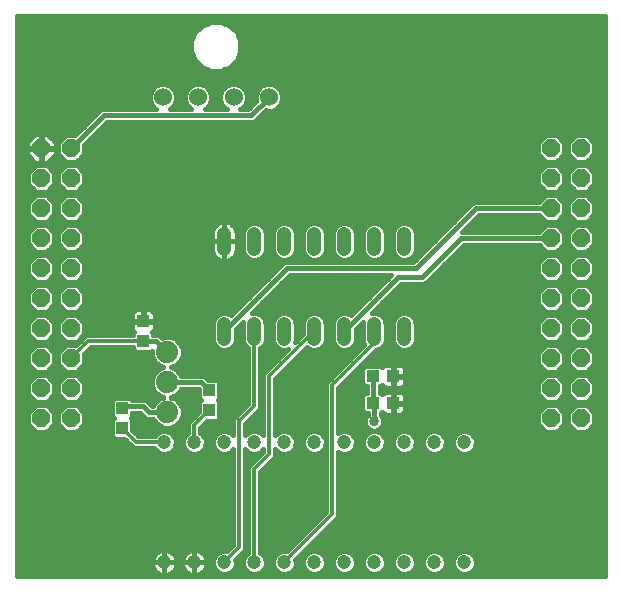
<source format=gtl>
G75*
%MOIN*%
%OFA0B0*%
%FSLAX24Y24*%
%IPPOS*%
%LPD*%
%AMOC8*
5,1,8,0,0,1.08239X$1,22.5*
%
%ADD10OC8,0.0600*%
%ADD11C,0.0740*%
%ADD12R,0.0394X0.0433*%
%ADD13C,0.0480*%
%ADD14C,0.0472*%
%ADD15R,0.0433X0.0394*%
%ADD16C,0.0600*%
%ADD17C,0.0160*%
%ADD18C,0.0337*%
%ADD19C,0.0120*%
D10*
X062560Y023393D03*
X063560Y023393D03*
X063560Y024393D03*
X062560Y024393D03*
X062560Y025393D03*
X063560Y025393D03*
X063560Y026393D03*
X062560Y026393D03*
X062560Y027393D03*
X063560Y027393D03*
X063560Y028393D03*
X062560Y028393D03*
X062560Y029393D03*
X063560Y029393D03*
X063560Y030393D03*
X062560Y030393D03*
X062560Y031393D03*
X063560Y031393D03*
X063560Y032393D03*
X062560Y032393D03*
X079560Y032393D03*
X080560Y032393D03*
X080560Y031393D03*
X079560Y031393D03*
X079560Y030393D03*
X080560Y030393D03*
X080560Y029393D03*
X079560Y029393D03*
X079560Y028393D03*
X080560Y028393D03*
X080560Y027393D03*
X079560Y027393D03*
X079560Y026393D03*
X080560Y026393D03*
X080560Y025393D03*
X079560Y025393D03*
X079560Y024393D03*
X080560Y024393D03*
X080560Y023393D03*
X079560Y023393D03*
D11*
X066760Y023593D03*
X066760Y024593D03*
X066760Y025593D03*
D12*
X065960Y025959D03*
X065960Y026628D03*
X068160Y024328D03*
X068160Y023659D03*
X065260Y023728D03*
X065260Y023059D03*
D13*
X068660Y026053D02*
X068660Y026533D01*
X069660Y026533D02*
X069660Y026053D01*
X070660Y026053D02*
X070660Y026533D01*
X071660Y026533D02*
X071660Y026053D01*
X072660Y026053D02*
X072660Y026533D01*
X073660Y026533D02*
X073660Y026053D01*
X074660Y026053D02*
X074660Y026533D01*
X074660Y029053D02*
X074660Y029533D01*
X073660Y029533D02*
X073660Y029053D01*
X072660Y029053D02*
X072660Y029533D01*
X071660Y029533D02*
X071660Y029053D01*
X070660Y029053D02*
X070660Y029533D01*
X069660Y029533D02*
X069660Y029053D01*
X068660Y029053D02*
X068660Y029533D01*
D14*
X068660Y022593D03*
X069660Y022593D03*
X070660Y022593D03*
X071660Y022593D03*
X072660Y022593D03*
X073660Y022593D03*
X074660Y022593D03*
X075660Y022593D03*
X076660Y022593D03*
X076660Y018593D03*
X075660Y018593D03*
X074660Y018593D03*
X073660Y018593D03*
X072660Y018593D03*
X071660Y018593D03*
X070660Y018593D03*
X069660Y018593D03*
X068660Y018593D03*
X067660Y018593D03*
X066660Y018593D03*
X066660Y022593D03*
X067660Y022593D03*
D15*
X073625Y023893D03*
X074294Y023893D03*
X074294Y024793D03*
X073625Y024793D03*
D16*
X070150Y034093D03*
X068970Y034093D03*
X067790Y034093D03*
X066610Y034093D03*
D17*
X061760Y036793D02*
X061760Y018123D01*
X081360Y018123D01*
X081360Y036793D01*
X061760Y036793D01*
X061760Y036766D02*
X081360Y036766D01*
X081360Y036608D02*
X068556Y036608D01*
X068543Y036613D02*
X068216Y036613D01*
X067915Y036488D01*
X067684Y036258D01*
X067560Y035956D01*
X067560Y035630D01*
X067684Y035329D01*
X067915Y035098D01*
X068216Y034973D01*
X068543Y034973D01*
X068844Y035098D01*
X069075Y035329D01*
X069200Y035630D01*
X069200Y035956D01*
X069075Y036258D01*
X068844Y036488D01*
X068543Y036613D01*
X068203Y036608D02*
X061760Y036608D01*
X061760Y036449D02*
X067876Y036449D01*
X067717Y036291D02*
X061760Y036291D01*
X061760Y036132D02*
X067632Y036132D01*
X067567Y035974D02*
X061760Y035974D01*
X061760Y035815D02*
X067560Y035815D01*
X067560Y035657D02*
X061760Y035657D01*
X061760Y035498D02*
X067614Y035498D01*
X067680Y035340D02*
X061760Y035340D01*
X061760Y035181D02*
X067832Y035181D01*
X068097Y035023D02*
X061760Y035023D01*
X061760Y034864D02*
X081360Y034864D01*
X081360Y034706D02*
X061760Y034706D01*
X061760Y034547D02*
X081360Y034547D01*
X081360Y034389D02*
X070476Y034389D01*
X070523Y034343D02*
X070399Y034466D01*
X070237Y034533D01*
X070062Y034533D01*
X069900Y034466D01*
X069776Y034343D01*
X069710Y034181D01*
X069710Y034006D01*
X069725Y033969D01*
X069468Y033713D01*
X069202Y033713D01*
X069219Y033720D01*
X069343Y033844D01*
X069410Y034006D01*
X069410Y034181D01*
X069343Y034343D01*
X069219Y034466D01*
X069057Y034533D01*
X068882Y034533D01*
X068720Y034466D01*
X068596Y034343D01*
X068530Y034181D01*
X068530Y034006D01*
X068596Y033844D01*
X068720Y033720D01*
X068737Y033713D01*
X068022Y033713D01*
X068039Y033720D01*
X068163Y033844D01*
X068230Y034006D01*
X068230Y034181D01*
X068163Y034343D01*
X068039Y034466D01*
X067877Y034533D01*
X067702Y034533D01*
X067540Y034466D01*
X067416Y034343D01*
X067350Y034181D01*
X067350Y034006D01*
X067416Y033844D01*
X067540Y033720D01*
X067557Y033713D01*
X066842Y033713D01*
X066859Y033720D01*
X066983Y033844D01*
X067050Y034006D01*
X067050Y034181D01*
X066983Y034343D01*
X066859Y034466D01*
X066697Y034533D01*
X066522Y034533D01*
X066360Y034466D01*
X066236Y034343D01*
X066170Y034181D01*
X066170Y034006D01*
X066236Y033844D01*
X066360Y033720D01*
X066377Y033713D01*
X064568Y033713D01*
X063688Y032833D01*
X063377Y032833D01*
X063120Y032576D01*
X063120Y032211D01*
X063377Y031953D01*
X063742Y031953D01*
X064000Y032211D01*
X064000Y032522D01*
X064751Y033273D01*
X069651Y033273D01*
X069780Y033402D01*
X070040Y033662D01*
X070062Y033653D01*
X070237Y033653D01*
X070399Y033720D01*
X070523Y033844D01*
X070590Y034006D01*
X070590Y034181D01*
X070523Y034343D01*
X070569Y034230D02*
X081360Y034230D01*
X081360Y034072D02*
X070590Y034072D01*
X070551Y033913D02*
X081360Y033913D01*
X081360Y033755D02*
X070433Y033755D01*
X070150Y034083D02*
X069560Y033493D01*
X064660Y033493D01*
X063560Y032393D01*
X064000Y032328D02*
X079120Y032328D01*
X079120Y032211D02*
X079377Y031953D01*
X079742Y031953D01*
X080000Y032211D01*
X080000Y032576D01*
X079742Y032833D01*
X079377Y032833D01*
X079120Y032576D01*
X079120Y032211D01*
X079161Y032170D02*
X063958Y032170D01*
X063800Y032011D02*
X079319Y032011D01*
X079377Y031833D02*
X079120Y031576D01*
X079120Y031211D01*
X079377Y030953D01*
X079742Y030953D01*
X080000Y031211D01*
X080000Y031576D01*
X079742Y031833D01*
X079377Y031833D01*
X079238Y031694D02*
X063881Y031694D01*
X064000Y031576D02*
X063742Y031833D01*
X063377Y031833D01*
X063120Y031576D01*
X063120Y031211D01*
X063377Y030953D01*
X063742Y030953D01*
X064000Y031211D01*
X064000Y031576D01*
X064000Y031536D02*
X079120Y031536D01*
X079120Y031377D02*
X064000Y031377D01*
X064000Y031219D02*
X079120Y031219D01*
X079270Y031060D02*
X063849Y031060D01*
X063742Y030833D02*
X063377Y030833D01*
X063120Y030576D01*
X063120Y030211D01*
X063377Y029953D01*
X063742Y029953D01*
X064000Y030211D01*
X064000Y030576D01*
X063742Y030833D01*
X063832Y030743D02*
X079287Y030743D01*
X079377Y030833D02*
X079157Y030613D01*
X076968Y030613D01*
X074968Y028613D01*
X070668Y028613D01*
X068893Y026838D01*
X068875Y026855D01*
X068735Y026913D01*
X068584Y026913D01*
X068444Y026855D01*
X068337Y026749D01*
X068280Y026609D01*
X068280Y025978D01*
X068337Y025838D01*
X068444Y025731D01*
X068584Y025673D01*
X068735Y025673D01*
X068875Y025731D01*
X068982Y025838D01*
X069040Y025978D01*
X069040Y026362D01*
X069280Y026602D01*
X069280Y025978D01*
X069337Y025838D01*
X069444Y025731D01*
X069460Y025725D01*
X069460Y023876D01*
X069077Y023493D01*
X068960Y023376D01*
X068960Y022825D01*
X068873Y022912D01*
X068734Y022970D01*
X068585Y022970D01*
X068446Y022912D01*
X068341Y022806D01*
X068283Y022668D01*
X068283Y022518D01*
X068341Y022380D01*
X068446Y022274D01*
X068585Y022217D01*
X068734Y022217D01*
X068873Y022274D01*
X068960Y022361D01*
X068960Y019176D01*
X068747Y018964D01*
X068734Y018970D01*
X068585Y018970D01*
X068446Y018912D01*
X068341Y018806D01*
X068283Y018668D01*
X068283Y018518D01*
X068341Y018380D01*
X068446Y018274D01*
X068585Y018217D01*
X068734Y018217D01*
X068873Y018274D01*
X068978Y018380D01*
X069036Y018518D01*
X069036Y018668D01*
X069030Y018681D01*
X069360Y019010D01*
X069360Y022361D01*
X069446Y022274D01*
X069585Y022217D01*
X069734Y022217D01*
X069873Y022274D01*
X069960Y022361D01*
X069960Y022276D01*
X069460Y021776D01*
X069460Y018918D01*
X069446Y018912D01*
X069341Y018806D01*
X069283Y018668D01*
X069283Y018518D01*
X069341Y018380D01*
X069446Y018274D01*
X069585Y018217D01*
X069734Y018217D01*
X069873Y018274D01*
X069978Y018380D01*
X070036Y018518D01*
X070036Y018668D01*
X069978Y018806D01*
X069873Y018912D01*
X069860Y018918D01*
X069860Y021610D01*
X070360Y022110D01*
X070360Y022361D01*
X070446Y022274D01*
X070585Y022217D01*
X070734Y022217D01*
X070873Y022274D01*
X070978Y022380D01*
X071036Y022518D01*
X071036Y022668D01*
X070978Y022806D01*
X070873Y022912D01*
X070734Y022970D01*
X070585Y022970D01*
X070446Y022912D01*
X070360Y022825D01*
X070360Y024710D01*
X071412Y025763D01*
X071444Y025731D01*
X071584Y025673D01*
X071735Y025673D01*
X071875Y025731D01*
X071982Y025838D01*
X072040Y025978D01*
X072040Y026609D01*
X071982Y026749D01*
X071875Y026855D01*
X071735Y026913D01*
X071584Y026913D01*
X071444Y026855D01*
X071337Y026749D01*
X071280Y026609D01*
X071280Y026196D01*
X071024Y025941D01*
X071040Y025978D01*
X071040Y026609D01*
X070982Y026749D01*
X070875Y026855D01*
X070735Y026913D01*
X070584Y026913D01*
X070444Y026855D01*
X070337Y026749D01*
X070280Y026609D01*
X070280Y025978D01*
X070337Y025838D01*
X070444Y025731D01*
X070584Y025673D01*
X070735Y025673D01*
X070772Y025689D01*
X069960Y024876D01*
X069960Y022825D01*
X069873Y022912D01*
X069734Y022970D01*
X069585Y022970D01*
X069446Y022912D01*
X069360Y022825D01*
X069360Y023210D01*
X069860Y023710D01*
X069860Y025725D01*
X069875Y025731D01*
X069982Y025838D01*
X070040Y025978D01*
X070040Y026609D01*
X069982Y026749D01*
X069875Y026855D01*
X069735Y026913D01*
X069591Y026913D01*
X070851Y028173D01*
X074228Y028173D01*
X072893Y026838D01*
X072875Y026855D01*
X072735Y026913D01*
X072584Y026913D01*
X072444Y026855D01*
X072337Y026749D01*
X072280Y026609D01*
X072280Y025978D01*
X072337Y025838D01*
X072444Y025731D01*
X072584Y025673D01*
X072735Y025673D01*
X072875Y025731D01*
X072982Y025838D01*
X073040Y025978D01*
X073040Y026362D01*
X073280Y026602D01*
X073280Y025978D01*
X073333Y025849D01*
X072177Y024693D01*
X072060Y024576D01*
X072060Y020276D01*
X070747Y018964D01*
X070734Y018970D01*
X070585Y018970D01*
X070446Y018912D01*
X070341Y018806D01*
X070283Y018668D01*
X070283Y018518D01*
X070341Y018380D01*
X070446Y018274D01*
X070585Y018217D01*
X070734Y018217D01*
X070873Y018274D01*
X070978Y018380D01*
X071036Y018518D01*
X071036Y018668D01*
X071030Y018681D01*
X072460Y020110D01*
X072460Y022269D01*
X072585Y022217D01*
X072734Y022217D01*
X072873Y022274D01*
X072978Y022380D01*
X073036Y022518D01*
X073036Y022668D01*
X072978Y022806D01*
X072873Y022912D01*
X072734Y022970D01*
X072585Y022970D01*
X072460Y022918D01*
X072460Y024410D01*
X073722Y025673D01*
X073735Y025673D01*
X073875Y025731D01*
X073982Y025838D01*
X074040Y025978D01*
X074040Y026609D01*
X073982Y026749D01*
X073875Y026855D01*
X073735Y026913D01*
X073591Y026913D01*
X074551Y027873D01*
X075351Y027873D01*
X075480Y028002D01*
X076651Y029173D01*
X079157Y029173D01*
X079377Y028953D01*
X079742Y028953D01*
X080000Y029211D01*
X080000Y029576D01*
X079742Y029833D01*
X079377Y029833D01*
X079157Y029613D01*
X076591Y029613D01*
X077151Y030173D01*
X079157Y030173D01*
X079377Y029953D01*
X079742Y029953D01*
X080000Y030211D01*
X080000Y030576D01*
X079742Y030833D01*
X079377Y030833D01*
X079832Y030743D02*
X080287Y030743D01*
X080377Y030833D02*
X080120Y030576D01*
X080120Y030211D01*
X080377Y029953D01*
X080742Y029953D01*
X081000Y030211D01*
X081000Y030576D01*
X080742Y030833D01*
X080377Y030833D01*
X080377Y030953D02*
X080742Y030953D01*
X081000Y031211D01*
X081000Y031576D01*
X080742Y031833D01*
X080377Y031833D01*
X080120Y031576D01*
X080120Y031211D01*
X080377Y030953D01*
X080270Y031060D02*
X079849Y031060D01*
X080000Y031219D02*
X080120Y031219D01*
X080120Y031377D02*
X080000Y031377D01*
X080000Y031536D02*
X080120Y031536D01*
X080238Y031694D02*
X079881Y031694D01*
X079800Y032011D02*
X080319Y032011D01*
X080377Y031953D02*
X080120Y032211D01*
X080120Y032576D01*
X080377Y032833D01*
X080742Y032833D01*
X081000Y032576D01*
X081000Y032211D01*
X080742Y031953D01*
X080377Y031953D01*
X080161Y032170D02*
X079958Y032170D01*
X080000Y032328D02*
X080120Y032328D01*
X080120Y032487D02*
X080000Y032487D01*
X079930Y032645D02*
X080189Y032645D01*
X080348Y032804D02*
X079771Y032804D01*
X079348Y032804D02*
X064281Y032804D01*
X064123Y032645D02*
X079189Y032645D01*
X079120Y032487D02*
X064000Y032487D01*
X063817Y032962D02*
X061760Y032962D01*
X061760Y032804D02*
X062291Y032804D01*
X062361Y032873D02*
X062080Y032592D01*
X062080Y032413D01*
X062540Y032413D01*
X062540Y032873D01*
X062361Y032873D01*
X062540Y032804D02*
X062580Y032804D01*
X062580Y032873D02*
X062580Y032413D01*
X062580Y032373D01*
X063040Y032373D01*
X063040Y032194D01*
X062758Y031913D01*
X062580Y031913D01*
X062580Y032373D01*
X062540Y032373D01*
X062540Y031913D01*
X062361Y031913D01*
X062080Y032194D01*
X062080Y032373D01*
X062540Y032373D01*
X062540Y032413D01*
X062580Y032413D01*
X063040Y032413D01*
X063040Y032592D01*
X062758Y032873D01*
X062580Y032873D01*
X062580Y032645D02*
X062540Y032645D01*
X062540Y032487D02*
X062580Y032487D01*
X062580Y032328D02*
X062540Y032328D01*
X062540Y032170D02*
X062580Y032170D01*
X062580Y032011D02*
X062540Y032011D01*
X062377Y031833D02*
X062120Y031576D01*
X062120Y031211D01*
X062377Y030953D01*
X062742Y030953D01*
X063000Y031211D01*
X063000Y031576D01*
X062742Y031833D01*
X062377Y031833D01*
X062238Y031694D02*
X061760Y031694D01*
X061760Y031536D02*
X062120Y031536D01*
X062120Y031377D02*
X061760Y031377D01*
X061760Y031219D02*
X062120Y031219D01*
X062270Y031060D02*
X061760Y031060D01*
X061760Y030902D02*
X081360Y030902D01*
X081360Y031060D02*
X080849Y031060D01*
X081000Y031219D02*
X081360Y031219D01*
X081360Y031377D02*
X081000Y031377D01*
X081000Y031536D02*
X081360Y031536D01*
X081360Y031694D02*
X080881Y031694D01*
X080800Y032011D02*
X081360Y032011D01*
X081360Y031853D02*
X061760Y031853D01*
X061760Y032011D02*
X062263Y032011D01*
X062104Y032170D02*
X061760Y032170D01*
X061760Y032328D02*
X062080Y032328D01*
X062080Y032487D02*
X061760Y032487D01*
X061760Y032645D02*
X062133Y032645D01*
X061760Y033121D02*
X063976Y033121D01*
X064134Y033279D02*
X061760Y033279D01*
X061760Y033438D02*
X064293Y033438D01*
X064451Y033596D02*
X061760Y033596D01*
X061760Y033755D02*
X066326Y033755D01*
X066208Y033913D02*
X061760Y033913D01*
X061760Y034072D02*
X066170Y034072D01*
X066190Y034230D02*
X061760Y034230D01*
X061760Y034389D02*
X066283Y034389D01*
X066936Y034389D02*
X067463Y034389D01*
X067370Y034230D02*
X067029Y034230D01*
X067050Y034072D02*
X067350Y034072D01*
X067388Y033913D02*
X067011Y033913D01*
X066893Y033755D02*
X067506Y033755D01*
X068073Y033755D02*
X068686Y033755D01*
X068568Y033913D02*
X068191Y033913D01*
X068230Y034072D02*
X068530Y034072D01*
X068550Y034230D02*
X068209Y034230D01*
X068116Y034389D02*
X068643Y034389D01*
X068662Y035023D02*
X081360Y035023D01*
X081360Y035181D02*
X068927Y035181D01*
X069079Y035340D02*
X081360Y035340D01*
X081360Y035498D02*
X069145Y035498D01*
X069200Y035657D02*
X081360Y035657D01*
X081360Y035815D02*
X069200Y035815D01*
X069192Y035974D02*
X081360Y035974D01*
X081360Y036132D02*
X069127Y036132D01*
X069042Y036291D02*
X081360Y036291D01*
X081360Y036449D02*
X068883Y036449D01*
X069296Y034389D02*
X069823Y034389D01*
X069730Y034230D02*
X069389Y034230D01*
X069410Y034072D02*
X069710Y034072D01*
X069668Y033913D02*
X069371Y033913D01*
X069253Y033755D02*
X069510Y033755D01*
X069815Y033438D02*
X081360Y033438D01*
X081360Y033596D02*
X069974Y033596D01*
X069657Y033279D02*
X081360Y033279D01*
X081360Y033121D02*
X064598Y033121D01*
X064440Y032962D02*
X081360Y032962D01*
X081360Y032804D02*
X080771Y032804D01*
X080930Y032645D02*
X081360Y032645D01*
X081360Y032487D02*
X081000Y032487D01*
X081000Y032328D02*
X081360Y032328D01*
X081360Y032170D02*
X080958Y032170D01*
X080832Y030743D02*
X081360Y030743D01*
X081360Y030585D02*
X080990Y030585D01*
X081000Y030426D02*
X081360Y030426D01*
X081360Y030268D02*
X081000Y030268D01*
X080898Y030109D02*
X081360Y030109D01*
X081360Y029951D02*
X076928Y029951D01*
X077087Y030109D02*
X079221Y030109D01*
X079336Y029792D02*
X076770Y029792D01*
X076611Y029634D02*
X079178Y029634D01*
X079560Y029393D02*
X076560Y029393D01*
X075260Y028093D01*
X074460Y028093D01*
X072660Y026293D01*
X073040Y026305D02*
X073280Y026305D01*
X073280Y026147D02*
X073040Y026147D01*
X073040Y025988D02*
X073280Y025988D01*
X073313Y025830D02*
X072973Y025830D01*
X073155Y025671D02*
X071320Y025671D01*
X071162Y025513D02*
X072996Y025513D01*
X072838Y025354D02*
X071003Y025354D01*
X070845Y025196D02*
X072679Y025196D01*
X072521Y025037D02*
X070686Y025037D01*
X070528Y024879D02*
X072362Y024879D01*
X072204Y024720D02*
X070369Y024720D01*
X070360Y024562D02*
X072060Y024562D01*
X072060Y024403D02*
X070360Y024403D01*
X070360Y024245D02*
X072060Y024245D01*
X072060Y024086D02*
X070360Y024086D01*
X070360Y023928D02*
X072060Y023928D01*
X072060Y023769D02*
X070360Y023769D01*
X070360Y023611D02*
X072060Y023611D01*
X072060Y023452D02*
X070360Y023452D01*
X070360Y023294D02*
X072060Y023294D01*
X072060Y023135D02*
X070360Y023135D01*
X070360Y022977D02*
X072060Y022977D01*
X072060Y022818D02*
X071967Y022818D01*
X071978Y022806D02*
X071873Y022912D01*
X071734Y022970D01*
X071585Y022970D01*
X071446Y022912D01*
X071341Y022806D01*
X071283Y022668D01*
X071283Y022518D01*
X071341Y022380D01*
X071446Y022274D01*
X071585Y022217D01*
X071734Y022217D01*
X071873Y022274D01*
X071978Y022380D01*
X072036Y022518D01*
X072036Y022668D01*
X071978Y022806D01*
X072036Y022660D02*
X072060Y022660D01*
X072060Y022501D02*
X072029Y022501D01*
X072060Y022343D02*
X071941Y022343D01*
X072060Y022184D02*
X070360Y022184D01*
X070360Y022343D02*
X070378Y022343D01*
X070275Y022026D02*
X072060Y022026D01*
X072060Y021867D02*
X070116Y021867D01*
X069958Y021709D02*
X072060Y021709D01*
X072060Y021550D02*
X069860Y021550D01*
X069860Y021392D02*
X072060Y021392D01*
X072060Y021233D02*
X069860Y021233D01*
X069860Y021075D02*
X072060Y021075D01*
X072060Y020916D02*
X069860Y020916D01*
X069860Y020758D02*
X072060Y020758D01*
X072060Y020599D02*
X069860Y020599D01*
X069860Y020441D02*
X072060Y020441D01*
X072060Y020282D02*
X069860Y020282D01*
X069860Y020124D02*
X071907Y020124D01*
X071749Y019965D02*
X069860Y019965D01*
X069860Y019807D02*
X071590Y019807D01*
X071432Y019648D02*
X069860Y019648D01*
X069860Y019490D02*
X071273Y019490D01*
X071115Y019331D02*
X069860Y019331D01*
X069860Y019173D02*
X070956Y019173D01*
X070798Y019014D02*
X069860Y019014D01*
X069929Y018856D02*
X070390Y018856D01*
X070295Y018697D02*
X070024Y018697D01*
X070036Y018539D02*
X070283Y018539D01*
X070341Y018380D02*
X069979Y018380D01*
X069746Y018222D02*
X070573Y018222D01*
X070746Y018222D02*
X071573Y018222D01*
X071585Y018217D02*
X071734Y018217D01*
X071873Y018274D01*
X071978Y018380D01*
X072036Y018518D01*
X072036Y018668D01*
X071978Y018806D01*
X071873Y018912D01*
X071734Y018970D01*
X071585Y018970D01*
X071446Y018912D01*
X071341Y018806D01*
X071283Y018668D01*
X071283Y018518D01*
X071341Y018380D01*
X071446Y018274D01*
X071585Y018217D01*
X071746Y018222D02*
X072573Y018222D01*
X072585Y018217D02*
X072734Y018217D01*
X072873Y018274D01*
X072978Y018380D01*
X073036Y018518D01*
X073036Y018668D01*
X072978Y018806D01*
X072873Y018912D01*
X072734Y018970D01*
X072585Y018970D01*
X072446Y018912D01*
X072341Y018806D01*
X072283Y018668D01*
X072283Y018518D01*
X072341Y018380D01*
X072446Y018274D01*
X072585Y018217D01*
X072746Y018222D02*
X073573Y018222D01*
X073585Y018217D02*
X073734Y018217D01*
X073873Y018274D01*
X073978Y018380D01*
X074036Y018518D01*
X074036Y018668D01*
X073978Y018806D01*
X073873Y018912D01*
X073734Y018970D01*
X073585Y018970D01*
X073446Y018912D01*
X073341Y018806D01*
X073283Y018668D01*
X073283Y018518D01*
X073341Y018380D01*
X073446Y018274D01*
X073585Y018217D01*
X073746Y018222D02*
X074573Y018222D01*
X074585Y018217D02*
X074734Y018217D01*
X074873Y018274D01*
X074978Y018380D01*
X075036Y018518D01*
X075036Y018668D01*
X074978Y018806D01*
X074873Y018912D01*
X074734Y018970D01*
X074585Y018970D01*
X074446Y018912D01*
X074341Y018806D01*
X074283Y018668D01*
X074283Y018518D01*
X074341Y018380D01*
X074446Y018274D01*
X074585Y018217D01*
X074746Y018222D02*
X075573Y018222D01*
X075585Y018217D02*
X075734Y018217D01*
X075873Y018274D01*
X075978Y018380D01*
X076036Y018518D01*
X076036Y018668D01*
X075978Y018806D01*
X075873Y018912D01*
X075734Y018970D01*
X075585Y018970D01*
X075446Y018912D01*
X075341Y018806D01*
X075283Y018668D01*
X075283Y018518D01*
X075341Y018380D01*
X075446Y018274D01*
X075585Y018217D01*
X075746Y018222D02*
X076573Y018222D01*
X076585Y018217D02*
X076734Y018217D01*
X076873Y018274D01*
X076978Y018380D01*
X077036Y018518D01*
X077036Y018668D01*
X076978Y018806D01*
X076873Y018912D01*
X076734Y018970D01*
X076585Y018970D01*
X076446Y018912D01*
X076341Y018806D01*
X076283Y018668D01*
X076283Y018518D01*
X076341Y018380D01*
X076446Y018274D01*
X076585Y018217D01*
X076746Y018222D02*
X081360Y018222D01*
X081360Y018380D02*
X076979Y018380D01*
X077036Y018539D02*
X081360Y018539D01*
X081360Y018697D02*
X077024Y018697D01*
X076929Y018856D02*
X081360Y018856D01*
X081360Y019014D02*
X071363Y019014D01*
X071390Y018856D02*
X071205Y018856D01*
X071295Y018697D02*
X071046Y018697D01*
X071036Y018539D02*
X071283Y018539D01*
X071341Y018380D02*
X070979Y018380D01*
X069573Y018222D02*
X068746Y018222D01*
X068573Y018222D02*
X067847Y018222D01*
X067819Y018208D02*
X067878Y018237D01*
X067931Y018276D01*
X067977Y018322D01*
X068015Y018375D01*
X068045Y018434D01*
X068065Y018496D01*
X068076Y018561D01*
X068076Y018593D01*
X067660Y018593D01*
X067660Y018593D01*
X067660Y018177D01*
X067692Y018177D01*
X067757Y018187D01*
X067819Y018208D01*
X067660Y018222D02*
X067660Y018222D01*
X067660Y018177D02*
X067660Y018593D01*
X067660Y018593D01*
X068076Y018593D01*
X068076Y018626D01*
X068065Y018691D01*
X068045Y018753D01*
X068015Y018811D01*
X067977Y018864D01*
X067931Y018911D01*
X067878Y018949D01*
X067819Y018979D01*
X067757Y018999D01*
X067692Y019010D01*
X067660Y019010D01*
X067660Y018593D01*
X067660Y018593D01*
X067243Y018593D01*
X067243Y018561D01*
X067254Y018496D01*
X067274Y018434D01*
X067304Y018375D01*
X067342Y018322D01*
X067388Y018276D01*
X067441Y018237D01*
X067500Y018208D01*
X067562Y018187D01*
X067627Y018177D01*
X067660Y018177D01*
X067472Y018222D02*
X066847Y018222D01*
X066819Y018208D02*
X066878Y018237D01*
X066931Y018276D01*
X066977Y018322D01*
X067015Y018375D01*
X067045Y018434D01*
X067065Y018496D01*
X067076Y018561D01*
X067076Y018593D01*
X066660Y018593D01*
X066660Y018593D01*
X066660Y018177D01*
X066692Y018177D01*
X066757Y018187D01*
X066819Y018208D01*
X066660Y018222D02*
X066660Y018222D01*
X066660Y018177D02*
X066660Y018593D01*
X066660Y018593D01*
X067076Y018593D01*
X067076Y018626D01*
X067065Y018691D01*
X067045Y018753D01*
X067015Y018811D01*
X066977Y018864D01*
X066931Y018911D01*
X066878Y018949D01*
X066819Y018979D01*
X066757Y018999D01*
X066692Y019010D01*
X066660Y019010D01*
X066660Y018593D01*
X066660Y018593D01*
X066243Y018593D01*
X066243Y018561D01*
X066254Y018496D01*
X066274Y018434D01*
X066304Y018375D01*
X066342Y018322D01*
X066388Y018276D01*
X066441Y018237D01*
X066500Y018208D01*
X066562Y018187D01*
X066627Y018177D01*
X066660Y018177D01*
X066472Y018222D02*
X061760Y018222D01*
X061760Y018380D02*
X066301Y018380D01*
X066247Y018539D02*
X061760Y018539D01*
X061760Y018697D02*
X066256Y018697D01*
X066254Y018691D02*
X066243Y018626D01*
X066243Y018593D01*
X066660Y018593D01*
X066660Y018593D01*
X066660Y019010D01*
X066627Y019010D01*
X066562Y018999D01*
X066500Y018979D01*
X066441Y018949D01*
X066388Y018911D01*
X066342Y018864D01*
X066304Y018811D01*
X066274Y018753D01*
X066254Y018691D01*
X066336Y018856D02*
X061760Y018856D01*
X061760Y019014D02*
X068798Y019014D01*
X068956Y019173D02*
X061760Y019173D01*
X061760Y019331D02*
X068960Y019331D01*
X068960Y019490D02*
X061760Y019490D01*
X061760Y019648D02*
X068960Y019648D01*
X068960Y019807D02*
X061760Y019807D01*
X061760Y019965D02*
X068960Y019965D01*
X068960Y020124D02*
X061760Y020124D01*
X061760Y020282D02*
X068960Y020282D01*
X068960Y020441D02*
X061760Y020441D01*
X061760Y020599D02*
X068960Y020599D01*
X068960Y020758D02*
X061760Y020758D01*
X061760Y020916D02*
X068960Y020916D01*
X068960Y021075D02*
X061760Y021075D01*
X061760Y021233D02*
X068960Y021233D01*
X068960Y021392D02*
X061760Y021392D01*
X061760Y021550D02*
X068960Y021550D01*
X068960Y021709D02*
X061760Y021709D01*
X061760Y021867D02*
X068960Y021867D01*
X068960Y022026D02*
X061760Y022026D01*
X061760Y022184D02*
X068960Y022184D01*
X068960Y022343D02*
X068941Y022343D01*
X069360Y022343D02*
X069378Y022343D01*
X069360Y022184D02*
X069868Y022184D01*
X069941Y022343D02*
X069960Y022343D01*
X069709Y022026D02*
X069360Y022026D01*
X069360Y021867D02*
X069551Y021867D01*
X069460Y021709D02*
X069360Y021709D01*
X069360Y021550D02*
X069460Y021550D01*
X069460Y021392D02*
X069360Y021392D01*
X069360Y021233D02*
X069460Y021233D01*
X069460Y021075D02*
X069360Y021075D01*
X069360Y020916D02*
X069460Y020916D01*
X069460Y020758D02*
X069360Y020758D01*
X069360Y020599D02*
X069460Y020599D01*
X069460Y020441D02*
X069360Y020441D01*
X069360Y020282D02*
X069460Y020282D01*
X069460Y020124D02*
X069360Y020124D01*
X069360Y019965D02*
X069460Y019965D01*
X069460Y019807D02*
X069360Y019807D01*
X069360Y019648D02*
X069460Y019648D01*
X069460Y019490D02*
X069360Y019490D01*
X069360Y019331D02*
X069460Y019331D01*
X069460Y019173D02*
X069360Y019173D01*
X069360Y019014D02*
X069460Y019014D01*
X069390Y018856D02*
X069205Y018856D01*
X069295Y018697D02*
X069046Y018697D01*
X069036Y018539D02*
X069283Y018539D01*
X069341Y018380D02*
X068979Y018380D01*
X068341Y018380D02*
X068018Y018380D01*
X068072Y018539D02*
X068283Y018539D01*
X068295Y018697D02*
X068063Y018697D01*
X067983Y018856D02*
X068390Y018856D01*
X067660Y018856D02*
X067660Y018856D01*
X067660Y019010D02*
X067660Y018593D01*
X067660Y018593D01*
X067243Y018593D01*
X067243Y018626D01*
X067254Y018691D01*
X067274Y018753D01*
X067304Y018811D01*
X067342Y018864D01*
X067388Y018911D01*
X067441Y018949D01*
X067500Y018979D01*
X067562Y018999D01*
X067627Y019010D01*
X067660Y019010D01*
X067660Y018697D02*
X067660Y018697D01*
X067660Y018539D02*
X067660Y018539D01*
X067660Y018380D02*
X067660Y018380D01*
X067301Y018380D02*
X067018Y018380D01*
X067072Y018539D02*
X067247Y018539D01*
X067256Y018697D02*
X067063Y018697D01*
X066983Y018856D02*
X067336Y018856D01*
X066660Y018856D02*
X066660Y018856D01*
X066660Y018697D02*
X066660Y018697D01*
X066660Y018539D02*
X066660Y018539D01*
X066660Y018380D02*
X066660Y018380D01*
X071522Y019173D02*
X081360Y019173D01*
X081360Y019331D02*
X071680Y019331D01*
X071839Y019490D02*
X081360Y019490D01*
X081360Y019648D02*
X071997Y019648D01*
X072156Y019807D02*
X081360Y019807D01*
X081360Y019965D02*
X072314Y019965D01*
X072460Y020124D02*
X081360Y020124D01*
X081360Y020282D02*
X072460Y020282D01*
X072460Y020441D02*
X081360Y020441D01*
X081360Y020599D02*
X072460Y020599D01*
X072460Y020758D02*
X081360Y020758D01*
X081360Y020916D02*
X072460Y020916D01*
X072460Y021075D02*
X081360Y021075D01*
X081360Y021233D02*
X072460Y021233D01*
X072460Y021392D02*
X081360Y021392D01*
X081360Y021550D02*
X072460Y021550D01*
X072460Y021709D02*
X081360Y021709D01*
X081360Y021867D02*
X072460Y021867D01*
X072460Y022026D02*
X081360Y022026D01*
X081360Y022184D02*
X072460Y022184D01*
X072941Y022343D02*
X073378Y022343D01*
X073341Y022380D02*
X073446Y022274D01*
X073585Y022217D01*
X073734Y022217D01*
X073873Y022274D01*
X073978Y022380D01*
X074036Y022518D01*
X074036Y022668D01*
X073978Y022806D01*
X073873Y022912D01*
X073734Y022970D01*
X073585Y022970D01*
X073446Y022912D01*
X073341Y022806D01*
X073283Y022668D01*
X073283Y022518D01*
X073341Y022380D01*
X073290Y022501D02*
X073029Y022501D01*
X073036Y022660D02*
X073283Y022660D01*
X073352Y022818D02*
X072967Y022818D01*
X073398Y023119D02*
X073485Y023032D01*
X073598Y022985D01*
X073721Y022985D01*
X073834Y023032D01*
X073921Y023119D01*
X073968Y023232D01*
X073968Y023355D01*
X073921Y023468D01*
X073880Y023509D01*
X073880Y023556D01*
X073899Y023556D01*
X073932Y023589D01*
X073934Y023586D01*
X073967Y023552D01*
X074008Y023529D01*
X074054Y023516D01*
X074276Y023516D01*
X074276Y023875D01*
X074313Y023875D01*
X074313Y023912D01*
X074691Y023912D01*
X074691Y024114D01*
X074678Y024160D01*
X074655Y024201D01*
X074621Y024234D01*
X074580Y024258D01*
X074534Y024270D01*
X074313Y024270D01*
X074313Y023912D01*
X074276Y023912D01*
X074276Y024270D01*
X074054Y024270D01*
X074008Y024258D01*
X073967Y024234D01*
X073934Y024201D01*
X073932Y024198D01*
X073899Y024230D01*
X073845Y024230D01*
X073845Y024456D01*
X073899Y024456D01*
X073932Y024489D01*
X073934Y024486D01*
X073967Y024452D01*
X074008Y024429D01*
X074054Y024416D01*
X074276Y024416D01*
X074276Y024775D01*
X074313Y024775D01*
X074313Y024812D01*
X074691Y024812D01*
X074691Y025014D01*
X074678Y025060D01*
X074655Y025101D01*
X074621Y025134D01*
X074580Y025158D01*
X074534Y025170D01*
X074313Y025170D01*
X074313Y024812D01*
X074276Y024812D01*
X074276Y025170D01*
X074054Y025170D01*
X074008Y025158D01*
X073967Y025134D01*
X073934Y025101D01*
X073932Y025098D01*
X073899Y025130D01*
X073350Y025130D01*
X073268Y025048D01*
X073268Y024538D01*
X073350Y024456D01*
X073405Y024456D01*
X073405Y024230D01*
X073350Y024230D01*
X073268Y024148D01*
X073268Y023638D01*
X073350Y023556D01*
X073440Y023556D01*
X073440Y023509D01*
X073398Y023468D01*
X073351Y023355D01*
X073351Y023232D01*
X073398Y023119D01*
X073391Y023135D02*
X072460Y023135D01*
X072460Y022977D02*
X079354Y022977D01*
X079377Y022953D02*
X079120Y023211D01*
X079120Y023576D01*
X079377Y023833D01*
X079742Y023833D01*
X080000Y023576D01*
X080000Y023211D01*
X079742Y022953D01*
X079377Y022953D01*
X079195Y023135D02*
X073928Y023135D01*
X073968Y023294D02*
X079120Y023294D01*
X079120Y023452D02*
X073927Y023452D01*
X073660Y023293D02*
X073660Y023793D01*
X073625Y023828D01*
X073625Y024793D01*
X073625Y023893D01*
X073268Y023928D02*
X072460Y023928D01*
X072460Y024086D02*
X073268Y024086D01*
X073405Y024245D02*
X072460Y024245D01*
X072460Y024403D02*
X073405Y024403D01*
X073268Y024562D02*
X072611Y024562D01*
X072769Y024720D02*
X073268Y024720D01*
X073268Y024879D02*
X072928Y024879D01*
X073086Y025037D02*
X073268Y025037D01*
X073245Y025196D02*
X079135Y025196D01*
X079120Y025211D02*
X079377Y024953D01*
X079742Y024953D01*
X080000Y025211D01*
X080000Y025576D01*
X079742Y025833D01*
X079377Y025833D01*
X079120Y025576D01*
X079120Y025211D01*
X079120Y025354D02*
X073403Y025354D01*
X073562Y025513D02*
X079120Y025513D01*
X079215Y025671D02*
X073720Y025671D01*
X073973Y025830D02*
X074346Y025830D01*
X074337Y025838D02*
X074444Y025731D01*
X074584Y025673D01*
X074735Y025673D01*
X074875Y025731D01*
X074982Y025838D01*
X075040Y025978D01*
X075040Y026609D01*
X074982Y026749D01*
X074875Y026855D01*
X074735Y026913D01*
X074584Y026913D01*
X074444Y026855D01*
X074337Y026749D01*
X074280Y026609D01*
X074280Y025978D01*
X074337Y025838D01*
X074280Y025988D02*
X074040Y025988D01*
X074040Y026147D02*
X074280Y026147D01*
X074280Y026305D02*
X074040Y026305D01*
X074040Y026464D02*
X074280Y026464D01*
X074285Y026622D02*
X074034Y026622D01*
X073949Y026781D02*
X074370Y026781D01*
X074949Y026781D02*
X079325Y026781D01*
X079377Y026833D02*
X079120Y026576D01*
X079120Y026211D01*
X079377Y025953D01*
X079742Y025953D01*
X080000Y026211D01*
X080000Y026576D01*
X079742Y026833D01*
X079377Y026833D01*
X079377Y026953D02*
X079742Y026953D01*
X080000Y027211D01*
X080000Y027576D01*
X079742Y027833D01*
X079377Y027833D01*
X079120Y027576D01*
X079120Y027211D01*
X079377Y026953D01*
X079233Y027098D02*
X073775Y027098D01*
X073934Y027256D02*
X079120Y027256D01*
X079120Y027415D02*
X074092Y027415D01*
X074251Y027573D02*
X079120Y027573D01*
X079276Y027732D02*
X074409Y027732D01*
X074104Y028049D02*
X070726Y028049D01*
X070568Y027890D02*
X073945Y027890D01*
X073787Y027732D02*
X070409Y027732D01*
X070251Y027573D02*
X073628Y027573D01*
X073470Y027415D02*
X070092Y027415D01*
X069934Y027256D02*
X073311Y027256D01*
X073153Y027098D02*
X069775Y027098D01*
X069617Y026939D02*
X072994Y026939D01*
X073141Y026464D02*
X073280Y026464D01*
X073617Y026939D02*
X081360Y026939D01*
X081360Y026781D02*
X080794Y026781D01*
X080742Y026833D02*
X080377Y026833D01*
X080120Y026576D01*
X080120Y026211D01*
X080377Y025953D01*
X080742Y025953D01*
X081000Y026211D01*
X081000Y026576D01*
X080742Y026833D01*
X080742Y026953D02*
X081000Y027211D01*
X081000Y027576D01*
X080742Y027833D01*
X080377Y027833D01*
X080120Y027576D01*
X080120Y027211D01*
X080377Y026953D01*
X080742Y026953D01*
X080886Y027098D02*
X081360Y027098D01*
X081360Y027256D02*
X081000Y027256D01*
X081000Y027415D02*
X081360Y027415D01*
X081360Y027573D02*
X081000Y027573D01*
X080843Y027732D02*
X081360Y027732D01*
X081360Y027890D02*
X075368Y027890D01*
X075526Y028049D02*
X079282Y028049D01*
X079377Y027953D02*
X079742Y027953D01*
X080000Y028211D01*
X080000Y028576D01*
X079742Y028833D01*
X079377Y028833D01*
X079120Y028576D01*
X079120Y028211D01*
X079377Y027953D01*
X079123Y028207D02*
X075685Y028207D01*
X075843Y028366D02*
X079120Y028366D01*
X079120Y028524D02*
X076002Y028524D01*
X076160Y028683D02*
X079227Y028683D01*
X079331Y029000D02*
X076477Y029000D01*
X076636Y029158D02*
X079172Y029158D01*
X079788Y029000D02*
X080331Y029000D01*
X080377Y028953D02*
X080742Y028953D01*
X081000Y029211D01*
X081000Y029576D01*
X080742Y029833D01*
X080377Y029833D01*
X080120Y029576D01*
X080120Y029211D01*
X080377Y028953D01*
X080377Y028833D02*
X080120Y028576D01*
X080120Y028211D01*
X080377Y027953D01*
X080742Y027953D01*
X081000Y028211D01*
X081000Y028576D01*
X080742Y028833D01*
X080377Y028833D01*
X080227Y028683D02*
X079892Y028683D01*
X080000Y028524D02*
X080120Y028524D01*
X080120Y028366D02*
X080000Y028366D01*
X079996Y028207D02*
X080123Y028207D01*
X080282Y028049D02*
X079837Y028049D01*
X079843Y027732D02*
X080276Y027732D01*
X080120Y027573D02*
X080000Y027573D01*
X080000Y027415D02*
X080120Y027415D01*
X080120Y027256D02*
X080000Y027256D01*
X079886Y027098D02*
X080233Y027098D01*
X080325Y026781D02*
X079794Y026781D01*
X079953Y026622D02*
X080166Y026622D01*
X080120Y026464D02*
X080000Y026464D01*
X080000Y026305D02*
X080120Y026305D01*
X080184Y026147D02*
X079935Y026147D01*
X079777Y025988D02*
X080342Y025988D01*
X080377Y025833D02*
X080120Y025576D01*
X080120Y025211D01*
X080377Y024953D01*
X080742Y024953D01*
X081000Y025211D01*
X081000Y025576D01*
X080742Y025833D01*
X080377Y025833D01*
X080374Y025830D02*
X079745Y025830D01*
X079904Y025671D02*
X080215Y025671D01*
X080120Y025513D02*
X080000Y025513D01*
X080000Y025354D02*
X080120Y025354D01*
X080135Y025196D02*
X079984Y025196D01*
X079826Y025037D02*
X080293Y025037D01*
X080377Y024833D02*
X080120Y024576D01*
X080120Y024211D01*
X080377Y023953D01*
X080742Y023953D01*
X081000Y024211D01*
X081000Y024576D01*
X080742Y024833D01*
X080377Y024833D01*
X080264Y024720D02*
X079855Y024720D01*
X079742Y024833D02*
X080000Y024576D01*
X080000Y024211D01*
X079742Y023953D01*
X079377Y023953D01*
X079120Y024211D01*
X079120Y024576D01*
X079377Y024833D01*
X079742Y024833D01*
X080000Y024562D02*
X080120Y024562D01*
X080120Y024403D02*
X080000Y024403D01*
X080000Y024245D02*
X080120Y024245D01*
X080244Y024086D02*
X079875Y024086D01*
X079806Y023769D02*
X080313Y023769D01*
X080377Y023833D02*
X080120Y023576D01*
X080120Y023211D01*
X080377Y022953D01*
X080742Y022953D01*
X081000Y023211D01*
X081000Y023576D01*
X080742Y023833D01*
X080377Y023833D01*
X080155Y023611D02*
X079964Y023611D01*
X080000Y023452D02*
X080120Y023452D01*
X080120Y023294D02*
X080000Y023294D01*
X079924Y023135D02*
X080195Y023135D01*
X080354Y022977D02*
X079765Y022977D01*
X079155Y023611D02*
X074669Y023611D01*
X074678Y023627D02*
X074691Y023673D01*
X074691Y023875D01*
X074313Y023875D01*
X074313Y023516D01*
X074534Y023516D01*
X074580Y023529D01*
X074621Y023552D01*
X074655Y023586D01*
X074678Y023627D01*
X074691Y023769D02*
X079313Y023769D01*
X079244Y024086D02*
X074691Y024086D01*
X074691Y023928D02*
X081360Y023928D01*
X081360Y024086D02*
X080875Y024086D01*
X081000Y024245D02*
X081360Y024245D01*
X081360Y024403D02*
X081000Y024403D01*
X081000Y024562D02*
X081360Y024562D01*
X081360Y024720D02*
X080855Y024720D01*
X080826Y025037D02*
X081360Y025037D01*
X081360Y024879D02*
X074691Y024879D01*
X074691Y024775D02*
X074313Y024775D01*
X074313Y024416D01*
X074534Y024416D01*
X074580Y024429D01*
X074621Y024452D01*
X074655Y024486D01*
X074678Y024527D01*
X074691Y024573D01*
X074691Y024775D01*
X074691Y024720D02*
X079264Y024720D01*
X079120Y024562D02*
X074688Y024562D01*
X074603Y024245D02*
X079120Y024245D01*
X079120Y024403D02*
X073845Y024403D01*
X073845Y024245D02*
X073986Y024245D01*
X074276Y024245D02*
X074313Y024245D01*
X074313Y024086D02*
X074276Y024086D01*
X074276Y023928D02*
X074313Y023928D01*
X074313Y023769D02*
X074276Y023769D01*
X074276Y023611D02*
X074313Y023611D01*
X074585Y022970D02*
X074446Y022912D01*
X074341Y022806D01*
X074283Y022668D01*
X074283Y022518D01*
X074341Y022380D01*
X074446Y022274D01*
X074585Y022217D01*
X074734Y022217D01*
X074873Y022274D01*
X074978Y022380D01*
X075036Y022518D01*
X075036Y022668D01*
X074978Y022806D01*
X074873Y022912D01*
X074734Y022970D01*
X074585Y022970D01*
X074352Y022818D02*
X073967Y022818D01*
X074036Y022660D02*
X074283Y022660D01*
X074290Y022501D02*
X074029Y022501D01*
X073941Y022343D02*
X074378Y022343D01*
X074941Y022343D02*
X075378Y022343D01*
X075341Y022380D02*
X075446Y022274D01*
X075585Y022217D01*
X075734Y022217D01*
X075873Y022274D01*
X075978Y022380D01*
X076036Y022518D01*
X076036Y022668D01*
X075978Y022806D01*
X075873Y022912D01*
X075734Y022970D01*
X075585Y022970D01*
X075446Y022912D01*
X075341Y022806D01*
X075283Y022668D01*
X075283Y022518D01*
X075341Y022380D01*
X075290Y022501D02*
X075029Y022501D01*
X075036Y022660D02*
X075283Y022660D01*
X075352Y022818D02*
X074967Y022818D01*
X075967Y022818D02*
X076352Y022818D01*
X076341Y022806D02*
X076283Y022668D01*
X076283Y022518D01*
X076341Y022380D01*
X076446Y022274D01*
X076585Y022217D01*
X076734Y022217D01*
X076873Y022274D01*
X076978Y022380D01*
X077036Y022518D01*
X077036Y022668D01*
X076978Y022806D01*
X076873Y022912D01*
X076734Y022970D01*
X076585Y022970D01*
X076446Y022912D01*
X076341Y022806D01*
X076283Y022660D02*
X076036Y022660D01*
X076029Y022501D02*
X076290Y022501D01*
X076378Y022343D02*
X075941Y022343D01*
X076941Y022343D02*
X081360Y022343D01*
X081360Y022501D02*
X077029Y022501D01*
X077036Y022660D02*
X081360Y022660D01*
X081360Y022818D02*
X076967Y022818D01*
X074313Y024562D02*
X074276Y024562D01*
X074276Y024720D02*
X074313Y024720D01*
X074313Y024879D02*
X074276Y024879D01*
X074276Y025037D02*
X074313Y025037D01*
X074684Y025037D02*
X079293Y025037D01*
X079374Y025830D02*
X074973Y025830D01*
X075040Y025988D02*
X079342Y025988D01*
X079184Y026147D02*
X075040Y026147D01*
X075040Y026305D02*
X079120Y026305D01*
X079120Y026464D02*
X075040Y026464D01*
X075034Y026622D02*
X079166Y026622D01*
X080777Y025988D02*
X081360Y025988D01*
X081360Y025830D02*
X080745Y025830D01*
X080904Y025671D02*
X081360Y025671D01*
X081360Y025513D02*
X081000Y025513D01*
X081000Y025354D02*
X081360Y025354D01*
X081360Y025196D02*
X080984Y025196D01*
X080935Y026147D02*
X081360Y026147D01*
X081360Y026305D02*
X081000Y026305D01*
X081000Y026464D02*
X081360Y026464D01*
X081360Y026622D02*
X080953Y026622D01*
X080837Y028049D02*
X081360Y028049D01*
X081360Y028207D02*
X080996Y028207D01*
X081000Y028366D02*
X081360Y028366D01*
X081360Y028524D02*
X081000Y028524D01*
X080892Y028683D02*
X081360Y028683D01*
X081360Y028841D02*
X076319Y028841D01*
X075830Y029475D02*
X075040Y029475D01*
X075040Y029609D02*
X074982Y029749D01*
X074875Y029855D01*
X074735Y029913D01*
X074584Y029913D01*
X074444Y029855D01*
X074337Y029749D01*
X074280Y029609D01*
X074280Y028978D01*
X074337Y028838D01*
X074444Y028731D01*
X074584Y028673D01*
X074735Y028673D01*
X074875Y028731D01*
X074982Y028838D01*
X075040Y028978D01*
X075040Y029609D01*
X075029Y029634D02*
X075989Y029634D01*
X076147Y029792D02*
X074938Y029792D01*
X075040Y029317D02*
X075672Y029317D01*
X075513Y029158D02*
X075040Y029158D01*
X075040Y029000D02*
X075355Y029000D01*
X075196Y028841D02*
X074983Y028841D01*
X075038Y028683D02*
X074758Y028683D01*
X074561Y028683D02*
X073758Y028683D01*
X073735Y028673D02*
X073875Y028731D01*
X073982Y028838D01*
X074040Y028978D01*
X074040Y029609D01*
X073982Y029749D01*
X073875Y029855D01*
X073735Y029913D01*
X073584Y029913D01*
X073444Y029855D01*
X073337Y029749D01*
X073280Y029609D01*
X073280Y028978D01*
X073337Y028838D01*
X073444Y028731D01*
X073584Y028673D01*
X073735Y028673D01*
X073561Y028683D02*
X072758Y028683D01*
X072735Y028673D02*
X072875Y028731D01*
X072982Y028838D01*
X073040Y028978D01*
X073040Y029609D01*
X072982Y029749D01*
X072875Y029855D01*
X072735Y029913D01*
X072584Y029913D01*
X072444Y029855D01*
X072337Y029749D01*
X072280Y029609D01*
X072280Y028978D01*
X072337Y028838D01*
X072444Y028731D01*
X072584Y028673D01*
X072735Y028673D01*
X072561Y028683D02*
X071758Y028683D01*
X071735Y028673D02*
X071875Y028731D01*
X071982Y028838D01*
X072040Y028978D01*
X072040Y029609D01*
X071982Y029749D01*
X071875Y029855D01*
X071735Y029913D01*
X071584Y029913D01*
X071444Y029855D01*
X071337Y029749D01*
X071280Y029609D01*
X071280Y028978D01*
X071337Y028838D01*
X071444Y028731D01*
X071584Y028673D01*
X071735Y028673D01*
X071561Y028683D02*
X070758Y028683D01*
X070735Y028673D02*
X070875Y028731D01*
X070982Y028838D01*
X071040Y028978D01*
X071040Y029609D01*
X070982Y029749D01*
X070875Y029855D01*
X070735Y029913D01*
X070584Y029913D01*
X070444Y029855D01*
X070337Y029749D01*
X070280Y029609D01*
X070280Y028978D01*
X070337Y028838D01*
X070444Y028731D01*
X070584Y028673D01*
X070735Y028673D01*
X070561Y028683D02*
X069758Y028683D01*
X069735Y028673D02*
X069875Y028731D01*
X069982Y028838D01*
X070040Y028978D01*
X070040Y029609D01*
X069982Y029749D01*
X069875Y029855D01*
X069735Y029913D01*
X069584Y029913D01*
X069444Y029855D01*
X069337Y029749D01*
X069280Y029609D01*
X069280Y028978D01*
X069337Y028838D01*
X069444Y028731D01*
X069584Y028673D01*
X069735Y028673D01*
X069561Y028683D02*
X068858Y028683D01*
X068880Y028694D02*
X068933Y028733D01*
X068980Y028780D01*
X069019Y028833D01*
X069049Y028892D01*
X069069Y028955D01*
X069080Y029020D01*
X069080Y029293D01*
X068660Y029293D01*
X068660Y029293D01*
X068660Y028633D01*
X068693Y028633D01*
X068758Y028644D01*
X068821Y028664D01*
X068880Y028694D01*
X069023Y028841D02*
X069336Y028841D01*
X069280Y029000D02*
X069076Y029000D01*
X069080Y029158D02*
X069280Y029158D01*
X069280Y029317D02*
X069080Y029317D01*
X069080Y029293D02*
X069080Y029566D01*
X069069Y029632D01*
X069049Y029695D01*
X069019Y029753D01*
X068980Y029807D01*
X068933Y029854D01*
X068880Y029893D01*
X068821Y029923D01*
X068758Y029943D01*
X068693Y029953D01*
X068660Y029953D01*
X068660Y029293D01*
X068660Y029293D01*
X069080Y029293D01*
X069080Y029475D02*
X069280Y029475D01*
X069290Y029634D02*
X069068Y029634D01*
X068990Y029792D02*
X069381Y029792D01*
X069938Y029792D02*
X070381Y029792D01*
X070290Y029634D02*
X070029Y029634D01*
X070040Y029475D02*
X070280Y029475D01*
X070280Y029317D02*
X070040Y029317D01*
X070040Y029158D02*
X070280Y029158D01*
X070280Y029000D02*
X070040Y029000D01*
X069983Y028841D02*
X070336Y028841D01*
X070579Y028524D02*
X064000Y028524D01*
X064000Y028576D02*
X063742Y028833D01*
X063377Y028833D01*
X063120Y028576D01*
X063120Y028211D01*
X063377Y027953D01*
X063742Y027953D01*
X064000Y028211D01*
X064000Y028576D01*
X063892Y028683D02*
X068461Y028683D01*
X068439Y028694D02*
X068498Y028664D01*
X068561Y028644D01*
X068626Y028633D01*
X068660Y028633D01*
X068660Y029293D01*
X068660Y029293D01*
X068240Y029293D01*
X068240Y029020D01*
X068250Y028955D01*
X068270Y028892D01*
X068300Y028833D01*
X068339Y028780D01*
X068386Y028733D01*
X068439Y028694D01*
X068296Y028841D02*
X061760Y028841D01*
X061760Y028683D02*
X062227Y028683D01*
X062120Y028576D02*
X062120Y028211D01*
X062377Y027953D01*
X062742Y027953D01*
X063000Y028211D01*
X063000Y028576D01*
X062742Y028833D01*
X062377Y028833D01*
X062120Y028576D01*
X062120Y028524D02*
X061760Y028524D01*
X061760Y028366D02*
X062120Y028366D01*
X062123Y028207D02*
X061760Y028207D01*
X061760Y028049D02*
X062282Y028049D01*
X062377Y027833D02*
X062120Y027576D01*
X062120Y027211D01*
X062377Y026953D01*
X062742Y026953D01*
X063000Y027211D01*
X063000Y027576D01*
X062742Y027833D01*
X062377Y027833D01*
X062276Y027732D02*
X061760Y027732D01*
X061760Y027890D02*
X069945Y027890D01*
X069787Y027732D02*
X063843Y027732D01*
X063742Y027833D02*
X063377Y027833D01*
X063120Y027576D01*
X063120Y027211D01*
X063377Y026953D01*
X063742Y026953D01*
X064000Y027211D01*
X064000Y027576D01*
X063742Y027833D01*
X063837Y028049D02*
X070104Y028049D01*
X070262Y028207D02*
X063996Y028207D01*
X064000Y028366D02*
X070421Y028366D01*
X070760Y028393D02*
X068660Y026293D01*
X069040Y026305D02*
X069280Y026305D01*
X069280Y026147D02*
X069040Y026147D01*
X069040Y025988D02*
X069280Y025988D01*
X069346Y025830D02*
X068973Y025830D01*
X069460Y025671D02*
X067270Y025671D01*
X067270Y025695D02*
X067192Y025882D01*
X067048Y026026D01*
X066861Y026103D01*
X066658Y026103D01*
X066589Y026075D01*
X066485Y026179D01*
X066296Y026179D01*
X066296Y026233D01*
X066264Y026266D01*
X066267Y026267D01*
X066300Y026301D01*
X066324Y026342D01*
X066336Y026388D01*
X066336Y026610D01*
X065978Y026610D01*
X065978Y026646D01*
X066336Y026646D01*
X066336Y026868D01*
X066324Y026914D01*
X066300Y026955D01*
X066267Y026989D01*
X066226Y027012D01*
X066180Y027024D01*
X065978Y027024D01*
X065978Y026646D01*
X065941Y026646D01*
X065941Y026610D01*
X065583Y026610D01*
X065583Y026388D01*
X065595Y026342D01*
X065619Y026301D01*
X065652Y026267D01*
X065655Y026266D01*
X065623Y026233D01*
X065623Y026159D01*
X064042Y026159D01*
X063717Y025833D01*
X063377Y025833D01*
X063120Y025576D01*
X063120Y025211D01*
X063377Y024953D01*
X063742Y024953D01*
X064000Y025211D01*
X064000Y025550D01*
X064208Y025759D01*
X065623Y025759D01*
X065623Y025684D01*
X065705Y025602D01*
X066214Y025602D01*
X066250Y025637D01*
X066250Y025492D01*
X066327Y025304D01*
X066471Y025161D01*
X066634Y025093D01*
X066471Y025026D01*
X066327Y024882D01*
X066250Y024695D01*
X066250Y024492D01*
X066327Y024304D01*
X066471Y024161D01*
X066634Y024093D01*
X066471Y024026D01*
X066327Y023882D01*
X066299Y023813D01*
X066251Y023813D01*
X066180Y023884D01*
X066051Y024013D01*
X065586Y024013D01*
X065514Y024084D01*
X065005Y024084D01*
X064923Y024002D01*
X064923Y023453D01*
X064983Y023393D01*
X064923Y023333D01*
X064923Y022784D01*
X065005Y022702D01*
X065333Y022702D01*
X065642Y022393D01*
X066335Y022393D01*
X066341Y022380D01*
X066446Y022274D01*
X066585Y022217D01*
X066734Y022217D01*
X066873Y022274D01*
X066978Y022380D01*
X067036Y022518D01*
X067036Y022668D01*
X066978Y022806D01*
X066873Y022912D01*
X066734Y022970D01*
X066585Y022970D01*
X066446Y022912D01*
X066341Y022806D01*
X066335Y022793D01*
X065808Y022793D01*
X065596Y023005D01*
X065596Y023333D01*
X065536Y023393D01*
X065596Y023453D01*
X065596Y023573D01*
X065868Y023573D01*
X066068Y023373D01*
X066299Y023373D01*
X066327Y023304D01*
X066471Y023161D01*
X066658Y023083D01*
X066861Y023083D01*
X067048Y023161D01*
X067192Y023304D01*
X067270Y023492D01*
X067270Y023695D01*
X067192Y023882D01*
X067048Y024026D01*
X066885Y024093D01*
X067048Y024161D01*
X067192Y024304D01*
X067220Y024373D01*
X067803Y024373D01*
X067823Y024354D01*
X067823Y024053D01*
X067883Y023993D01*
X067823Y023933D01*
X067823Y023605D01*
X067460Y023242D01*
X067460Y022918D01*
X067446Y022912D01*
X067341Y022806D01*
X067283Y022668D01*
X067283Y022518D01*
X067341Y022380D01*
X067446Y022274D01*
X067585Y022217D01*
X067734Y022217D01*
X067873Y022274D01*
X067978Y022380D01*
X068036Y022518D01*
X068036Y022668D01*
X067978Y022806D01*
X067873Y022912D01*
X067860Y022918D01*
X067860Y023076D01*
X068086Y023302D01*
X068414Y023302D01*
X068496Y023384D01*
X068496Y023933D01*
X068436Y023993D01*
X068496Y024053D01*
X068496Y024602D01*
X068414Y024684D01*
X068114Y024684D01*
X067985Y024813D01*
X067220Y024813D01*
X067192Y024882D01*
X067048Y025026D01*
X066885Y025093D01*
X067048Y025161D01*
X067192Y025304D01*
X067270Y025492D01*
X067270Y025695D01*
X067214Y025830D02*
X068346Y025830D01*
X068280Y025988D02*
X067086Y025988D01*
X067270Y025513D02*
X069460Y025513D01*
X069460Y025354D02*
X067213Y025354D01*
X067083Y025196D02*
X069460Y025196D01*
X069460Y025037D02*
X067020Y025037D01*
X067193Y024879D02*
X069460Y024879D01*
X069460Y024720D02*
X068078Y024720D01*
X067894Y024593D02*
X068160Y024328D01*
X068496Y024403D02*
X069460Y024403D01*
X069460Y024245D02*
X068496Y024245D01*
X068496Y024086D02*
X069460Y024086D01*
X069460Y023928D02*
X068496Y023928D01*
X068496Y023769D02*
X069353Y023769D01*
X069194Y023611D02*
X068496Y023611D01*
X068496Y023452D02*
X069036Y023452D01*
X068960Y023294D02*
X068078Y023294D01*
X067919Y023135D02*
X068960Y023135D01*
X068960Y022977D02*
X067860Y022977D01*
X067967Y022818D02*
X068352Y022818D01*
X068283Y022660D02*
X068036Y022660D01*
X068029Y022501D02*
X068290Y022501D01*
X068378Y022343D02*
X067941Y022343D01*
X067378Y022343D02*
X066941Y022343D01*
X067029Y022501D02*
X067290Y022501D01*
X067283Y022660D02*
X067036Y022660D01*
X066967Y022818D02*
X067352Y022818D01*
X067460Y022977D02*
X065624Y022977D01*
X065596Y023135D02*
X066532Y023135D01*
X066338Y023294D02*
X065596Y023294D01*
X065595Y023452D02*
X065989Y023452D01*
X066160Y023593D02*
X065960Y023793D01*
X065325Y023793D01*
X065260Y023728D01*
X064923Y023769D02*
X063806Y023769D01*
X063742Y023833D02*
X063377Y023833D01*
X063120Y023576D01*
X063120Y023211D01*
X063377Y022953D01*
X063742Y022953D01*
X064000Y023211D01*
X064000Y023576D01*
X063742Y023833D01*
X063742Y023953D02*
X064000Y024211D01*
X064000Y024576D01*
X063742Y024833D01*
X063377Y024833D01*
X063120Y024576D01*
X063120Y024211D01*
X063377Y023953D01*
X063742Y023953D01*
X063875Y024086D02*
X066617Y024086D01*
X066387Y024245D02*
X064000Y024245D01*
X064000Y024403D02*
X066286Y024403D01*
X066250Y024562D02*
X064000Y024562D01*
X063855Y024720D02*
X066260Y024720D01*
X066326Y024879D02*
X061760Y024879D01*
X061760Y025037D02*
X062293Y025037D01*
X062377Y024953D02*
X062742Y024953D01*
X063000Y025211D01*
X063000Y025576D01*
X062742Y025833D01*
X062377Y025833D01*
X062120Y025576D01*
X062120Y025211D01*
X062377Y024953D01*
X062377Y024833D02*
X062120Y024576D01*
X062120Y024211D01*
X062377Y023953D01*
X062742Y023953D01*
X063000Y024211D01*
X063000Y024576D01*
X062742Y024833D01*
X062377Y024833D01*
X062264Y024720D02*
X061760Y024720D01*
X061760Y024562D02*
X062120Y024562D01*
X062120Y024403D02*
X061760Y024403D01*
X061760Y024245D02*
X062120Y024245D01*
X062244Y024086D02*
X061760Y024086D01*
X061760Y023928D02*
X064923Y023928D01*
X064923Y023611D02*
X063964Y023611D01*
X064000Y023452D02*
X064924Y023452D01*
X064923Y023294D02*
X064000Y023294D01*
X063924Y023135D02*
X064923Y023135D01*
X064923Y022977D02*
X063765Y022977D01*
X063354Y022977D02*
X062765Y022977D01*
X062742Y022953D02*
X063000Y023211D01*
X063000Y023576D01*
X062742Y023833D01*
X062377Y023833D01*
X062120Y023576D01*
X062120Y023211D01*
X062377Y022953D01*
X062742Y022953D01*
X062924Y023135D02*
X063195Y023135D01*
X063120Y023294D02*
X063000Y023294D01*
X063000Y023452D02*
X063120Y023452D01*
X063155Y023611D02*
X062964Y023611D01*
X062806Y023769D02*
X063313Y023769D01*
X063244Y024086D02*
X062875Y024086D01*
X063000Y024245D02*
X063120Y024245D01*
X063120Y024403D02*
X063000Y024403D01*
X063000Y024562D02*
X063120Y024562D01*
X063264Y024720D02*
X062855Y024720D01*
X062826Y025037D02*
X063293Y025037D01*
X063135Y025196D02*
X062984Y025196D01*
X063000Y025354D02*
X063120Y025354D01*
X063120Y025513D02*
X063000Y025513D01*
X062904Y025671D02*
X063215Y025671D01*
X063374Y025830D02*
X062745Y025830D01*
X062742Y025953D02*
X063000Y026211D01*
X063000Y026576D01*
X062742Y026833D01*
X062377Y026833D01*
X062120Y026576D01*
X062120Y026211D01*
X062377Y025953D01*
X062742Y025953D01*
X062777Y025988D02*
X063342Y025988D01*
X063377Y025953D02*
X063742Y025953D01*
X064000Y026211D01*
X064000Y026576D01*
X063742Y026833D01*
X063377Y026833D01*
X063120Y026576D01*
X063120Y026211D01*
X063377Y025953D01*
X063184Y026147D02*
X062935Y026147D01*
X063000Y026305D02*
X063120Y026305D01*
X063120Y026464D02*
X063000Y026464D01*
X062953Y026622D02*
X063166Y026622D01*
X063325Y026781D02*
X062794Y026781D01*
X062886Y027098D02*
X063233Y027098D01*
X063120Y027256D02*
X063000Y027256D01*
X063000Y027415D02*
X063120Y027415D01*
X063120Y027573D02*
X063000Y027573D01*
X062843Y027732D02*
X063276Y027732D01*
X063282Y028049D02*
X062837Y028049D01*
X062996Y028207D02*
X063123Y028207D01*
X063120Y028366D02*
X063000Y028366D01*
X063000Y028524D02*
X063120Y028524D01*
X063227Y028683D02*
X062892Y028683D01*
X062742Y028953D02*
X063000Y029211D01*
X063000Y029576D01*
X062742Y029833D01*
X062377Y029833D01*
X062120Y029576D01*
X062120Y029211D01*
X062377Y028953D01*
X062742Y028953D01*
X062788Y029000D02*
X063331Y029000D01*
X063377Y028953D02*
X063742Y028953D01*
X064000Y029211D01*
X064000Y029576D01*
X063742Y029833D01*
X063377Y029833D01*
X063120Y029576D01*
X063120Y029211D01*
X063377Y028953D01*
X063172Y029158D02*
X062947Y029158D01*
X063000Y029317D02*
X063120Y029317D01*
X063120Y029475D02*
X063000Y029475D01*
X062941Y029634D02*
X063178Y029634D01*
X063336Y029792D02*
X062783Y029792D01*
X062742Y029953D02*
X063000Y030211D01*
X063000Y030576D01*
X062742Y030833D01*
X062377Y030833D01*
X062120Y030576D01*
X062120Y030211D01*
X062377Y029953D01*
X062742Y029953D01*
X062898Y030109D02*
X063221Y030109D01*
X063120Y030268D02*
X063000Y030268D01*
X063000Y030426D02*
X063120Y030426D01*
X063129Y030585D02*
X062990Y030585D01*
X062832Y030743D02*
X063287Y030743D01*
X063270Y031060D02*
X062849Y031060D01*
X063000Y031219D02*
X063120Y031219D01*
X063120Y031377D02*
X063000Y031377D01*
X063000Y031536D02*
X063120Y031536D01*
X063238Y031694D02*
X062881Y031694D01*
X062856Y032011D02*
X063319Y032011D01*
X063161Y032170D02*
X063015Y032170D01*
X063040Y032328D02*
X063120Y032328D01*
X063120Y032487D02*
X063040Y032487D01*
X062986Y032645D02*
X063189Y032645D01*
X063348Y032804D02*
X062828Y032804D01*
X062287Y030743D02*
X061760Y030743D01*
X061760Y030585D02*
X062129Y030585D01*
X062120Y030426D02*
X061760Y030426D01*
X061760Y030268D02*
X062120Y030268D01*
X062221Y030109D02*
X061760Y030109D01*
X061760Y029951D02*
X068611Y029951D01*
X068626Y029953D02*
X068561Y029943D01*
X068498Y029923D01*
X068439Y029893D01*
X068386Y029854D01*
X068339Y029807D01*
X068300Y029753D01*
X068270Y029695D01*
X068250Y029632D01*
X068240Y029566D01*
X068240Y029293D01*
X068660Y029293D01*
X068660Y029293D01*
X068660Y029953D01*
X068626Y029953D01*
X068660Y029951D02*
X068660Y029951D01*
X068708Y029951D02*
X076306Y029951D01*
X076464Y030109D02*
X063898Y030109D01*
X064000Y030268D02*
X076623Y030268D01*
X076781Y030426D02*
X064000Y030426D01*
X063990Y030585D02*
X076940Y030585D01*
X077060Y030393D02*
X075060Y028393D01*
X070760Y028393D01*
X070983Y028841D02*
X071336Y028841D01*
X071280Y029000D02*
X071040Y029000D01*
X071040Y029158D02*
X071280Y029158D01*
X071280Y029317D02*
X071040Y029317D01*
X071040Y029475D02*
X071280Y029475D01*
X071290Y029634D02*
X071029Y029634D01*
X070938Y029792D02*
X071381Y029792D01*
X071938Y029792D02*
X072381Y029792D01*
X072290Y029634D02*
X072029Y029634D01*
X072040Y029475D02*
X072280Y029475D01*
X072280Y029317D02*
X072040Y029317D01*
X072040Y029158D02*
X072280Y029158D01*
X072280Y029000D02*
X072040Y029000D01*
X071983Y028841D02*
X072336Y028841D01*
X072983Y028841D02*
X073336Y028841D01*
X073280Y029000D02*
X073040Y029000D01*
X073040Y029158D02*
X073280Y029158D01*
X073280Y029317D02*
X073040Y029317D01*
X073040Y029475D02*
X073280Y029475D01*
X073290Y029634D02*
X073029Y029634D01*
X072938Y029792D02*
X073381Y029792D01*
X073938Y029792D02*
X074381Y029792D01*
X074290Y029634D02*
X074029Y029634D01*
X074040Y029475D02*
X074280Y029475D01*
X074280Y029317D02*
X074040Y029317D01*
X074040Y029158D02*
X074280Y029158D01*
X074280Y029000D02*
X074040Y029000D01*
X073983Y028841D02*
X074336Y028841D01*
X077060Y030393D02*
X079560Y030393D01*
X080000Y030426D02*
X080120Y030426D01*
X080120Y030268D02*
X080000Y030268D01*
X079898Y030109D02*
X080221Y030109D01*
X080336Y029792D02*
X079783Y029792D01*
X079941Y029634D02*
X080178Y029634D01*
X080120Y029475D02*
X080000Y029475D01*
X080000Y029317D02*
X080120Y029317D01*
X080172Y029158D02*
X079947Y029158D01*
X080788Y029000D02*
X081360Y029000D01*
X081360Y029158D02*
X080947Y029158D01*
X081000Y029317D02*
X081360Y029317D01*
X081360Y029475D02*
X081000Y029475D01*
X080941Y029634D02*
X081360Y029634D01*
X081360Y029792D02*
X080783Y029792D01*
X080129Y030585D02*
X079990Y030585D01*
X072370Y026781D02*
X071949Y026781D01*
X072034Y026622D02*
X072285Y026622D01*
X072280Y026464D02*
X072040Y026464D01*
X072040Y026305D02*
X072280Y026305D01*
X072280Y026147D02*
X072040Y026147D01*
X072040Y025988D02*
X072280Y025988D01*
X072346Y025830D02*
X071973Y025830D01*
X071230Y026147D02*
X071040Y026147D01*
X071040Y026305D02*
X071280Y026305D01*
X071280Y026464D02*
X071040Y026464D01*
X071034Y026622D02*
X071285Y026622D01*
X071370Y026781D02*
X070949Y026781D01*
X070370Y026781D02*
X069949Y026781D01*
X070034Y026622D02*
X070285Y026622D01*
X070280Y026464D02*
X070040Y026464D01*
X070040Y026305D02*
X070280Y026305D01*
X070280Y026147D02*
X070040Y026147D01*
X070040Y025988D02*
X070280Y025988D01*
X070346Y025830D02*
X069973Y025830D01*
X069860Y025671D02*
X070755Y025671D01*
X070596Y025513D02*
X069860Y025513D01*
X069860Y025354D02*
X070438Y025354D01*
X070279Y025196D02*
X069860Y025196D01*
X069860Y025037D02*
X070121Y025037D01*
X069962Y024879D02*
X069860Y024879D01*
X069860Y024720D02*
X069960Y024720D01*
X069960Y024562D02*
X069860Y024562D01*
X069860Y024403D02*
X069960Y024403D01*
X069960Y024245D02*
X069860Y024245D01*
X069860Y024086D02*
X069960Y024086D01*
X069960Y023928D02*
X069860Y023928D01*
X069860Y023769D02*
X069960Y023769D01*
X069960Y023611D02*
X069760Y023611D01*
X069601Y023452D02*
X069960Y023452D01*
X069960Y023294D02*
X069443Y023294D01*
X069360Y023135D02*
X069960Y023135D01*
X069960Y022977D02*
X069360Y022977D01*
X070967Y022818D02*
X071352Y022818D01*
X071283Y022660D02*
X071036Y022660D01*
X071029Y022501D02*
X071290Y022501D01*
X071378Y022343D02*
X070941Y022343D01*
X072460Y023294D02*
X073351Y023294D01*
X073392Y023452D02*
X072460Y023452D01*
X072460Y023611D02*
X073296Y023611D01*
X073268Y023769D02*
X072460Y023769D01*
X069460Y024562D02*
X068496Y024562D01*
X067894Y024593D02*
X066760Y024593D01*
X067132Y024245D02*
X067823Y024245D01*
X067823Y024086D02*
X066902Y024086D01*
X067146Y023928D02*
X067823Y023928D01*
X067823Y023769D02*
X067239Y023769D01*
X067270Y023611D02*
X067823Y023611D01*
X067670Y023452D02*
X067253Y023452D01*
X067181Y023294D02*
X067512Y023294D01*
X067460Y023135D02*
X066987Y023135D01*
X066760Y023593D02*
X066160Y023593D01*
X066136Y023928D02*
X066373Y023928D01*
X066499Y025037D02*
X063826Y025037D01*
X063984Y025196D02*
X066436Y025196D01*
X066306Y025354D02*
X064000Y025354D01*
X064000Y025513D02*
X066250Y025513D01*
X066394Y025959D02*
X066760Y025593D01*
X066394Y025959D02*
X065960Y025959D01*
X065635Y025671D02*
X064120Y025671D01*
X063872Y025988D02*
X063777Y025988D01*
X063935Y026147D02*
X064030Y026147D01*
X064000Y026305D02*
X065616Y026305D01*
X065583Y026464D02*
X064000Y026464D01*
X063953Y026622D02*
X065941Y026622D01*
X065941Y026646D02*
X065583Y026646D01*
X065583Y026868D01*
X065595Y026914D01*
X065619Y026955D01*
X065652Y026989D01*
X065693Y027012D01*
X065739Y027024D01*
X065941Y027024D01*
X065941Y026646D01*
X065978Y026622D02*
X068285Y026622D01*
X068280Y026464D02*
X066336Y026464D01*
X066303Y026305D02*
X068280Y026305D01*
X068280Y026147D02*
X066517Y026147D01*
X066336Y026781D02*
X068370Y026781D01*
X068994Y026939D02*
X066309Y026939D01*
X065978Y026939D02*
X065941Y026939D01*
X065941Y026781D02*
X065978Y026781D01*
X065583Y026781D02*
X063794Y026781D01*
X063886Y027098D02*
X069153Y027098D01*
X069311Y027256D02*
X064000Y027256D01*
X064000Y027415D02*
X069470Y027415D01*
X069628Y027573D02*
X064000Y027573D01*
X065610Y026939D02*
X061760Y026939D01*
X061760Y026781D02*
X062325Y026781D01*
X062166Y026622D02*
X061760Y026622D01*
X061760Y026464D02*
X062120Y026464D01*
X062120Y026305D02*
X061760Y026305D01*
X061760Y026147D02*
X062184Y026147D01*
X062342Y025988D02*
X061760Y025988D01*
X061760Y025830D02*
X062374Y025830D01*
X062215Y025671D02*
X061760Y025671D01*
X061760Y025513D02*
X062120Y025513D01*
X062120Y025354D02*
X061760Y025354D01*
X061760Y025196D02*
X062135Y025196D01*
X063560Y025393D02*
X063594Y025359D01*
X062313Y023769D02*
X061760Y023769D01*
X061760Y023611D02*
X062155Y023611D01*
X062120Y023452D02*
X061760Y023452D01*
X061760Y023294D02*
X062120Y023294D01*
X062195Y023135D02*
X061760Y023135D01*
X061760Y022977D02*
X062354Y022977D01*
X061760Y022818D02*
X064923Y022818D01*
X065376Y022660D02*
X061760Y022660D01*
X061760Y022501D02*
X065534Y022501D01*
X065783Y022818D02*
X066352Y022818D01*
X066378Y022343D02*
X061760Y022343D01*
X069141Y026464D02*
X069280Y026464D01*
X071040Y025988D02*
X071072Y025988D01*
X068660Y028683D02*
X068660Y028683D01*
X068660Y028841D02*
X068660Y028841D01*
X068660Y029000D02*
X068660Y029000D01*
X068660Y029158D02*
X068660Y029158D01*
X068660Y029317D02*
X068660Y029317D01*
X068660Y029475D02*
X068660Y029475D01*
X068660Y029634D02*
X068660Y029634D01*
X068660Y029792D02*
X068660Y029792D01*
X068329Y029792D02*
X063783Y029792D01*
X063941Y029634D02*
X068251Y029634D01*
X068240Y029475D02*
X064000Y029475D01*
X064000Y029317D02*
X068240Y029317D01*
X068240Y029158D02*
X063947Y029158D01*
X063788Y029000D02*
X068243Y029000D01*
X062331Y029000D02*
X061760Y029000D01*
X061760Y029158D02*
X062172Y029158D01*
X062120Y029317D02*
X061760Y029317D01*
X061760Y029475D02*
X062120Y029475D01*
X062178Y029634D02*
X061760Y029634D01*
X061760Y029792D02*
X062336Y029792D01*
X062120Y027573D02*
X061760Y027573D01*
X061760Y027415D02*
X062120Y027415D01*
X062120Y027256D02*
X061760Y027256D01*
X061760Y027098D02*
X062233Y027098D01*
X070150Y034083D02*
X070150Y034093D01*
X080806Y023769D02*
X081360Y023769D01*
X081360Y023611D02*
X080964Y023611D01*
X081000Y023452D02*
X081360Y023452D01*
X081360Y023294D02*
X081000Y023294D01*
X080924Y023135D02*
X081360Y023135D01*
X081360Y022977D02*
X080765Y022977D01*
X076390Y018856D02*
X075929Y018856D01*
X076024Y018697D02*
X076295Y018697D01*
X076283Y018539D02*
X076036Y018539D01*
X075979Y018380D02*
X076341Y018380D01*
X075341Y018380D02*
X074979Y018380D01*
X075036Y018539D02*
X075283Y018539D01*
X075295Y018697D02*
X075024Y018697D01*
X074929Y018856D02*
X075390Y018856D01*
X074390Y018856D02*
X073929Y018856D01*
X074024Y018697D02*
X074295Y018697D01*
X074283Y018539D02*
X074036Y018539D01*
X073979Y018380D02*
X074341Y018380D01*
X073341Y018380D02*
X072979Y018380D01*
X073036Y018539D02*
X073283Y018539D01*
X073295Y018697D02*
X073024Y018697D01*
X072929Y018856D02*
X073390Y018856D01*
X072390Y018856D02*
X071929Y018856D01*
X072024Y018697D02*
X072295Y018697D01*
X072283Y018539D02*
X072036Y018539D01*
X071979Y018380D02*
X072341Y018380D01*
D18*
X073660Y023293D03*
D19*
X072260Y024493D02*
X072260Y020193D01*
X070660Y018593D01*
X069660Y018593D02*
X069660Y021693D01*
X070160Y022193D01*
X070160Y024793D01*
X071660Y026293D01*
X069660Y026293D02*
X069660Y023793D01*
X069160Y023293D01*
X069160Y019093D01*
X068660Y018593D01*
X067660Y022593D02*
X067660Y023159D01*
X068160Y023659D01*
X066660Y022593D02*
X065725Y022593D01*
X065260Y023059D01*
X063560Y025393D02*
X064125Y025959D01*
X065960Y025959D01*
X072260Y024493D02*
X073660Y025893D01*
X073660Y026293D01*
M02*

</source>
